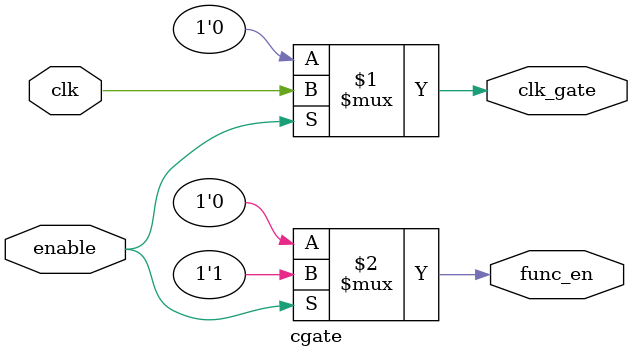
<source format=v>
module cgate(
        input   clk,
        input   enable,

        output  clk_gate,
        output  func_en
        );

        assign clk_gate = (enable)? clk:1'b0;
        assign func_en  = (enable)? 1'b1:1'b0;

endmodule

</source>
